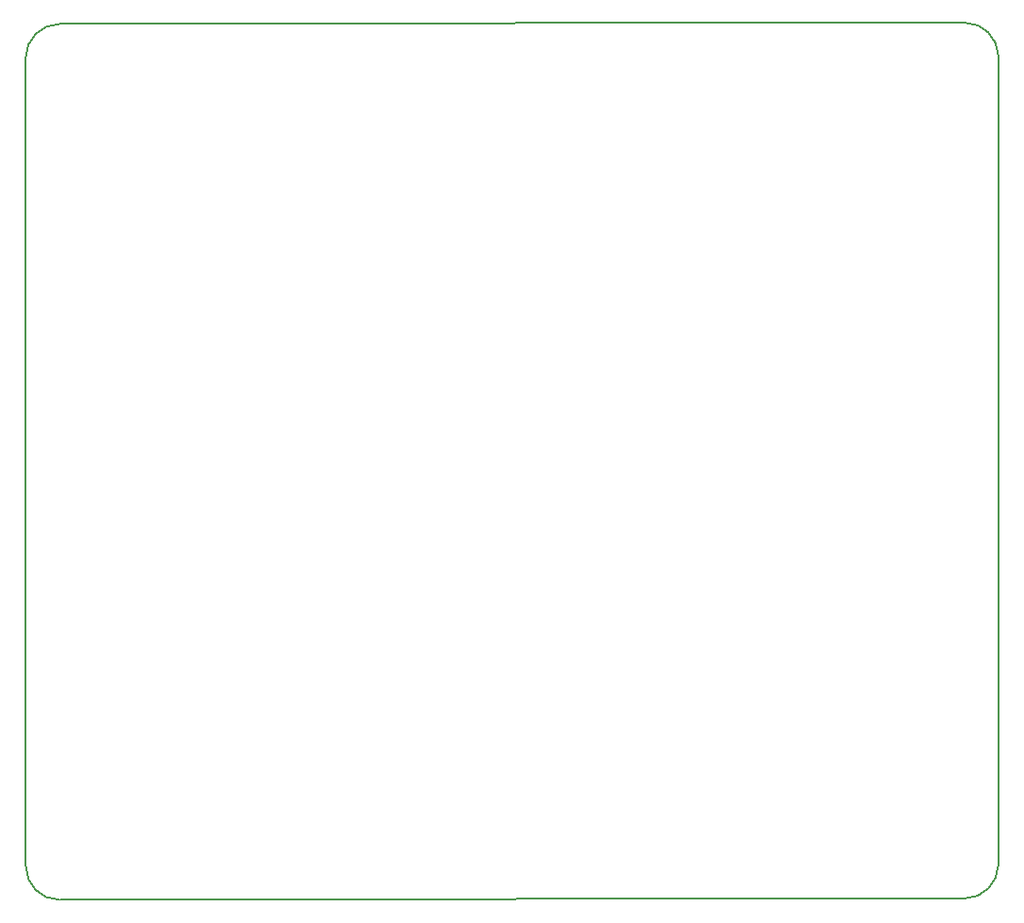
<source format=gbr>
G04 #@! TF.GenerationSoftware,KiCad,Pcbnew,(5.0.2)-1*
G04 #@! TF.CreationDate,2019-03-25T23:56:42-07:00*
G04 #@! TF.ProjectId,SwitcheroModule,53776974-6368-4657-926f-4d6f64756c65,rev?*
G04 #@! TF.SameCoordinates,Original*
G04 #@! TF.FileFunction,Profile,NP*
%FSLAX46Y46*%
G04 Gerber Fmt 4.6, Leading zero omitted, Abs format (unit mm)*
G04 Created by KiCad (PCBNEW (5.0.2)-1) date 3/25/2019 11:56:42 PM*
%MOMM*%
%LPD*%
G01*
G04 APERTURE LIST*
%ADD10C,0.200000*%
G04 APERTURE END LIST*
D10*
X253786000Y-94289000D02*
G75*
G02X250738000Y-97337000I-3048000J0D01*
G01*
X169419900Y-97464000D02*
G75*
G02X166371900Y-94416000I0J3048000D01*
G01*
X166359200Y-21772000D02*
G75*
G02X169407200Y-18724000I3048000J0D01*
G01*
X250738000Y-18597000D02*
G75*
G02X253786000Y-21645000I0J-3048000D01*
G01*
X250738000Y-97324300D02*
X169432600Y-97464000D01*
X166371900Y-94416000D02*
X166346500Y-21746600D01*
X253786000Y-27487000D02*
X253798700Y-94276300D01*
X169419900Y-18724000D02*
X250738000Y-18597000D01*
X253786000Y-21670400D02*
X253786000Y-27487000D01*
M02*

</source>
